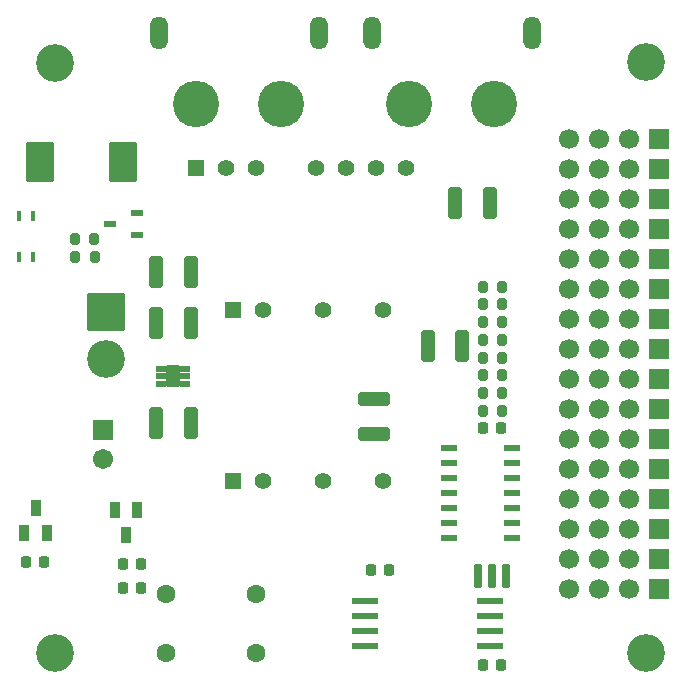
<source format=gts>
%TF.GenerationSoftware,KiCad,Pcbnew,9.0.4*%
%TF.CreationDate,2025-11-06T05:06:55+09:00*%
%TF.ProjectId,CAN_Isolation_mini,43414e5f-4973-46f6-9c61-74696f6e5f6d,Ver.1.1*%
%TF.SameCoordinates,Original*%
%TF.FileFunction,Soldermask,Top*%
%TF.FilePolarity,Negative*%
%FSLAX46Y46*%
G04 Gerber Fmt 4.6, Leading zero omitted, Abs format (unit mm)*
G04 Created by KiCad (PCBNEW 9.0.4) date 2025-11-06 05:06:55*
%MOMM*%
%LPD*%
G01*
G04 APERTURE LIST*
G04 Aperture macros list*
%AMRoundRect*
0 Rectangle with rounded corners*
0 $1 Rounding radius*
0 $2 $3 $4 $5 $6 $7 $8 $9 X,Y pos of 4 corners*
0 Add a 4 corners polygon primitive as box body*
4,1,4,$2,$3,$4,$5,$6,$7,$8,$9,$2,$3,0*
0 Add four circle primitives for the rounded corners*
1,1,$1+$1,$2,$3*
1,1,$1+$1,$4,$5*
1,1,$1+$1,$6,$7*
1,1,$1+$1,$8,$9*
0 Add four rect primitives between the rounded corners*
20,1,$1+$1,$2,$3,$4,$5,0*
20,1,$1+$1,$4,$5,$6,$7,0*
20,1,$1+$1,$6,$7,$8,$9,0*
20,1,$1+$1,$8,$9,$2,$3,0*%
G04 Aperture macros list end*
%ADD10RoundRect,0.102000X1.100000X1.550000X-1.100000X1.550000X-1.100000X-1.550000X1.100000X-1.550000X0*%
%ADD11RoundRect,0.225000X-0.225000X-0.250000X0.225000X-0.250000X0.225000X0.250000X-0.225000X0.250000X0*%
%ADD12RoundRect,0.200000X-0.200000X-0.275000X0.200000X-0.275000X0.200000X0.275000X-0.200000X0.275000X0*%
%ADD13C,3.200000*%
%ADD14R,2.253927X0.622132*%
%ADD15R,1.700000X1.700000*%
%ADD16C,1.700000*%
%ADD17RoundRect,0.102000X-1.500000X1.500000X-1.500000X-1.500000X1.500000X-1.500000X1.500000X1.500000X0*%
%ADD18C,3.204000*%
%ADD19RoundRect,0.102000X0.345000X0.160000X-0.345000X0.160000X-0.345000X-0.160000X0.345000X-0.160000X0*%
%ADD20RoundRect,0.102000X0.500000X0.800000X-0.500000X0.800000X-0.500000X-0.800000X0.500000X-0.800000X0*%
%ADD21RoundRect,0.250000X-0.325000X-1.100000X0.325000X-1.100000X0.325000X1.100000X-0.325000X1.100000X0*%
%ADD22C,1.600000*%
%ADD23C,3.920000*%
%ADD24O,1.504000X2.804000*%
%ADD25R,1.016000X0.558800*%
%ADD26RoundRect,0.100500X0.301500X-0.616500X0.301500X0.616500X-0.301500X0.616500X-0.301500X-0.616500X0*%
%ADD27R,0.393700X0.812800*%
%ADD28R,1.397000X1.397000*%
%ADD29C,1.397000*%
%ADD30R,1.397000X0.558800*%
%ADD31RoundRect,0.225000X0.225000X0.250000X-0.225000X0.250000X-0.225000X-0.250000X0.225000X-0.250000X0*%
%ADD32RoundRect,0.250000X0.325000X1.100000X-0.325000X1.100000X-0.325000X-1.100000X0.325000X-1.100000X0*%
%ADD33RoundRect,0.102000X0.200000X0.950000X-0.200000X0.950000X-0.200000X-0.950000X0.200000X-0.950000X0*%
%ADD34RoundRect,0.250000X-1.100000X0.325000X-1.100000X-0.325000X1.100000X-0.325000X1.100000X0.325000X0*%
%ADD35RoundRect,0.100500X-0.301500X0.616500X-0.301500X-0.616500X0.301500X-0.616500X0.301500X0.616500X0*%
%ADD36RoundRect,0.102000X-0.754000X0.754000X-0.754000X-0.754000X0.754000X-0.754000X0.754000X0.754000X0*%
%ADD37C,1.712000*%
G04 APERTURE END LIST*
D10*
%TO.C,D3*%
X92388363Y-81280000D03*
X99388363Y-81280000D03*
%TD*%
D11*
%TO.C,C7*%
X129882095Y-103809000D03*
X131432095Y-103809000D03*
%TD*%
D12*
%TO.C,R9*%
X95332095Y-89294905D03*
X96982095Y-89294905D03*
%TD*%
D13*
%TO.C,REF\u002A\u002A*%
X143657095Y-72818000D03*
%TD*%
D14*
%TO.C,U2*%
X130457618Y-122214000D03*
X130457618Y-120944000D03*
X130457618Y-119674000D03*
X130457618Y-118404000D03*
X119856572Y-118404000D03*
X119856572Y-119674000D03*
X119856572Y-120944000D03*
X119856572Y-122214000D03*
%TD*%
D15*
%TO.C,J6*%
X144810000Y-89500000D03*
D16*
X142270000Y-89500000D03*
X139730000Y-89500000D03*
X137190000Y-89500000D03*
%TD*%
D13*
%TO.C,REF\u002A\u002A*%
X93657095Y-122794905D03*
%TD*%
D15*
%TO.C,J3*%
X144810000Y-81880000D03*
D16*
X142270000Y-81880000D03*
X139730000Y-81880000D03*
X137190000Y-81880000D03*
%TD*%
D11*
%TO.C,C10*%
X91165000Y-115110000D03*
X92715000Y-115110000D03*
%TD*%
D15*
%TO.C,J8*%
X144810000Y-94580000D03*
D16*
X142270000Y-94580000D03*
X139730000Y-94580000D03*
X137190000Y-94580000D03*
%TD*%
D17*
%TO.C,X1*%
X97922500Y-93930000D03*
D18*
X97922500Y-97890000D03*
%TD*%
D15*
%TO.C,J11*%
X144810000Y-102200000D03*
D16*
X142270000Y-102200000D03*
X139730000Y-102200000D03*
X137190000Y-102200000D03*
%TD*%
D15*
%TO.C,J17*%
X144810000Y-117440000D03*
D16*
X142270000Y-117440000D03*
X139730000Y-117440000D03*
X137190000Y-117440000D03*
%TD*%
D19*
%TO.C,U5*%
X104677095Y-100045000D03*
X104677095Y-99395000D03*
X104677095Y-98745000D03*
X102637095Y-98745000D03*
X102637095Y-99395000D03*
X102637095Y-100045000D03*
D20*
X103657095Y-99395000D03*
%TD*%
D15*
%TO.C,J15*%
X144810000Y-112360000D03*
D16*
X142270000Y-112360000D03*
X139730000Y-112360000D03*
X137190000Y-112360000D03*
%TD*%
D15*
%TO.C,J13*%
X144810000Y-107280000D03*
D16*
X142270000Y-107280000D03*
X139730000Y-107280000D03*
X137190000Y-107280000D03*
%TD*%
D21*
%TO.C,C2*%
X102182095Y-103309000D03*
X105132095Y-103309000D03*
%TD*%
D22*
%TO.C,R12*%
X103037095Y-117809000D03*
X110657095Y-117809000D03*
%TD*%
D11*
%TO.C,C5*%
X129882095Y-123809000D03*
X131432095Y-123809000D03*
%TD*%
D23*
%TO.C,J21*%
X112801000Y-76327000D03*
X105601000Y-76327000D03*
D24*
X115951000Y-70327000D03*
X102451000Y-70327000D03*
%TD*%
D25*
%TO.C,U6*%
X100584000Y-87437001D03*
X100584000Y-85536999D03*
X98298000Y-86487000D03*
%TD*%
D15*
%TO.C,J16*%
X144810000Y-114900000D03*
D16*
X142270000Y-114900000D03*
X139730000Y-114900000D03*
X137190000Y-114900000D03*
%TD*%
D15*
%TO.C,J7*%
X144810000Y-92040000D03*
D16*
X142270000Y-92040000D03*
X139730000Y-92040000D03*
X137190000Y-92040000D03*
%TD*%
D11*
%TO.C,C11*%
X99382095Y-115309000D03*
X100932095Y-115309000D03*
%TD*%
D26*
%TO.C,D1*%
X91030000Y-112640000D03*
X92930000Y-112640000D03*
X91980000Y-110520000D03*
%TD*%
D27*
%TO.C,LED2*%
X91760345Y-85794905D03*
X90553845Y-85794905D03*
%TD*%
D15*
%TO.C,J10*%
X144810000Y-99660000D03*
D16*
X142270000Y-99660000D03*
X139730000Y-99660000D03*
X137190000Y-99660000D03*
%TD*%
D13*
%TO.C,REF\u002A\u002A*%
X143657095Y-122794905D03*
%TD*%
D21*
%TO.C,C8*%
X102157000Y-90551000D03*
X105107000Y-90551000D03*
%TD*%
D28*
%TO.C,U3*%
X108680095Y-93785000D03*
D29*
X111220095Y-93785000D03*
X116300095Y-93785000D03*
X121380095Y-93785000D03*
%TD*%
D28*
%TO.C,U4*%
X108680095Y-108285000D03*
D29*
X111220095Y-108285000D03*
X116300095Y-108285000D03*
X121380095Y-108285000D03*
%TD*%
D15*
%TO.C,J9*%
X144810000Y-97120000D03*
D16*
X142270000Y-97120000D03*
X139730000Y-97120000D03*
X137190000Y-97120000D03*
%TD*%
D12*
%TO.C,R5*%
X129832095Y-96309000D03*
X131482095Y-96309000D03*
%TD*%
%TO.C,R3*%
X129832095Y-99309000D03*
X131482095Y-99309000D03*
%TD*%
D30*
%TO.C,U1*%
X127002795Y-105499000D03*
X127002795Y-106769000D03*
X127002795Y-108039000D03*
X127002795Y-109309000D03*
X127002795Y-110579000D03*
X127002795Y-111849000D03*
X127002795Y-113119000D03*
X132311395Y-113119000D03*
X132311395Y-111849000D03*
X132311395Y-110579000D03*
X132311395Y-109309000D03*
X132311395Y-108039000D03*
X132311395Y-106769000D03*
X132311395Y-105499000D03*
%TD*%
D27*
%TO.C,LED1*%
X91760345Y-89294905D03*
X90553845Y-89294905D03*
%TD*%
D28*
%TO.C,U7*%
X105608000Y-81741000D03*
D29*
X108148000Y-81741000D03*
X110688000Y-81741000D03*
X115768000Y-81741000D03*
X118308000Y-81741000D03*
X120848000Y-81741000D03*
X123388000Y-81741000D03*
%TD*%
D12*
%TO.C,R2*%
X129832095Y-100809000D03*
X131482095Y-100809000D03*
%TD*%
D21*
%TO.C,C1*%
X102182095Y-94895000D03*
X105132095Y-94895000D03*
%TD*%
D31*
%TO.C,C6*%
X121932095Y-115809000D03*
X120382095Y-115809000D03*
%TD*%
%TO.C,C12*%
X100932095Y-117309000D03*
X99382095Y-117309000D03*
%TD*%
D22*
%TO.C,R11*%
X110657095Y-122809000D03*
X103037095Y-122809000D03*
%TD*%
D32*
%TO.C,C3*%
X128132095Y-96809000D03*
X125182095Y-96809000D03*
%TD*%
D13*
%TO.C,REF\u002A\u002A*%
X93657095Y-72825436D03*
%TD*%
D15*
%TO.C,J2*%
X144810000Y-79340000D03*
D16*
X142270000Y-79340000D03*
X139730000Y-79340000D03*
X137190000Y-79340000D03*
%TD*%
D15*
%TO.C,J5*%
X144810000Y-86960000D03*
D16*
X142270000Y-86960000D03*
X139730000Y-86960000D03*
X137190000Y-86960000D03*
%TD*%
D33*
%TO.C,Y1*%
X131857095Y-116309000D03*
X130657095Y-116309000D03*
X129457095Y-116309000D03*
%TD*%
D34*
%TO.C,C4*%
X120657095Y-101334000D03*
X120657095Y-104284000D03*
%TD*%
D32*
%TO.C,C9*%
X130475000Y-84700000D03*
X127525000Y-84700000D03*
%TD*%
D35*
%TO.C,D2*%
X100607095Y-110749000D03*
X98707095Y-110749000D03*
X99657095Y-112869000D03*
%TD*%
D15*
%TO.C,J14*%
X144810000Y-109820000D03*
D16*
X142270000Y-109820000D03*
X139730000Y-109820000D03*
X137190000Y-109820000D03*
%TD*%
D15*
%TO.C,J4*%
X144810000Y-84420000D03*
D16*
X142270000Y-84420000D03*
X139730000Y-84420000D03*
X137190000Y-84420000D03*
%TD*%
D15*
%TO.C,J12*%
X144810000Y-104740000D03*
D16*
X142270000Y-104740000D03*
X139730000Y-104740000D03*
X137190000Y-104740000D03*
%TD*%
D12*
%TO.C,R10*%
X95314000Y-87757000D03*
X96964000Y-87757000D03*
%TD*%
%TO.C,R6*%
X129832095Y-94809000D03*
X131482095Y-94809000D03*
%TD*%
%TO.C,R1*%
X129832095Y-102309000D03*
X131482095Y-102309000D03*
%TD*%
%TO.C,R7*%
X129832095Y-91809000D03*
X131482095Y-91809000D03*
%TD*%
%TO.C,R8*%
X129832095Y-93309000D03*
X131482095Y-93309000D03*
%TD*%
D36*
%TO.C,J1*%
X97680000Y-103900000D03*
D37*
X97680000Y-106400000D03*
%TD*%
D23*
%TO.C,J22*%
X130835000Y-76358000D03*
X123635000Y-76358000D03*
D24*
X133985000Y-70358000D03*
X120485000Y-70358000D03*
%TD*%
D12*
%TO.C,R4*%
X129832095Y-97809000D03*
X131482095Y-97809000D03*
%TD*%
M02*

</source>
